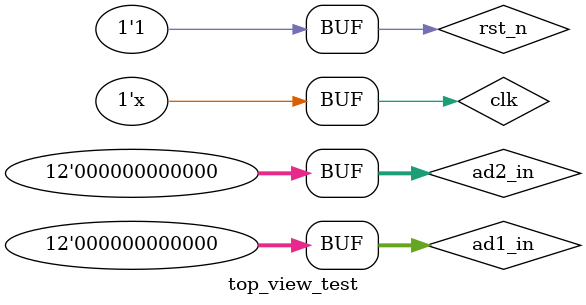
<source format=v>
`timescale 1ns / 1ps


module top_view_test;

	// Inputs
	reg clk;
	reg rst_n;
	reg [11:0] ad1_in;
	reg [11:0] ad2_in;

	// Outputs
	wire led0;
	wire [13:0] da1data;
	wire da1_clk;
	wire da1_wrt;
	wire [13:0] da2data;
	wire da2_clk;
	wire da2_wrt;
	wire ad1_clk;
	wire ad2_clk;
	//wire [13:0] out_2ask;
	//wire [13:0] out_cos_1M;
	//wire [13:0] out_cos_500K;

	// Instantiate the Unit Under Test (UUT)
	top_view uut (
		.clk(clk), 
		.rst_n(rst_n), 
		.led0(led0), 
		.da1data(da1data), 
		.da1_clk(da1_clk), 
		.da1_wrt(da1_wrt), 
		.da2data(da2data), 
		.da2_clk(da2_clk), 
		.da2_wrt(da2_wrt), 
		.ad1_in(ad1_in), 
		.ad1_clk(ad1_clk), 
		.ad2_in(ad2_in), 
		.ad2_clk(ad2_clk)
		//.out_2ask(out_2ask),
		//.out_cos_1M(out_cos_1M),
		//.out_cos_500K(out_cos_500K)
	);

	initial begin
		// Initialize Inputs
		clk = 0;
		rst_n = 0;
		ad1_in = 0;
		ad2_in = 0;

		// Wait 100 ns for global reset to finish
		// Wait 100 ns for global reset to finish
		#100;
      rst_n = 1;     //Ïàµ±ÓÚÉÏµç¸´Î»
		// Add stimulus here

	end
      
	always #10 clk=~clk;
		
endmodule


</source>
